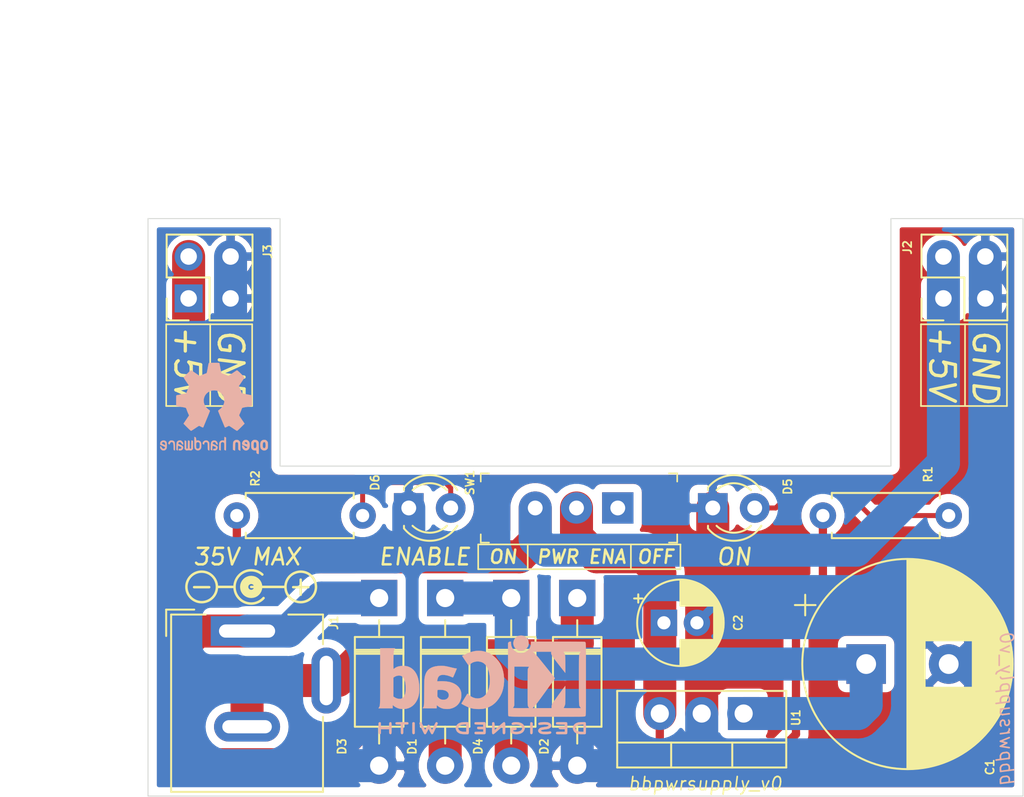
<source format=kicad_pcb>
(kicad_pcb (version 20171130) (host pcbnew "(5.1.5)-3")
  (title_block (title BreadboardPowerSupply) (date 2020-05-11) (rev 0))
  (layers (0 F.Cu signal hide) (31 B.Cu signal) (34 B.Paste user hide) (35 F.Paste user hide) (36 B.SilkS user hide) (37 F.SilkS user hide) (38 B.Mask user) (39 F.Mask user hide) (44 Edge.Cuts user))
  (net 0 "")
  (net 1 /VIN)
  (net 2 GND)
  (net 3 /VOUT)
  (net 4 /VCC_IN_A)
  (net 5 /VCC_IN_B)
  (net 6 "Net-(D5-Pad2)")
  (net 7 "Net-(D6-Pad2)")
  (net 8 /+5VOUT)
  (net 9 "Net-(SW1-Pad1)")
  (module Connector_BarrelJack:BarrelJack_Wuerth_6941xx301002 (layer F.Cu) (at 114.5 108)
    (fp_text reference J1 (at 5.25 -0.5 90) (layer F.SilkS) (effects (font (size 0.5 0.5) (thickness 0.1))))
    (fp_text value Barrel_Jack_Switch)
    (pad 3 thru_hole oval (at 4.8 3 90) (size 4 1.8) (drill oval 3 0.8) (layers *.Cu *.Mask) (net 5 /VCC_IN_B))
    (pad 2 thru_hole oval (at 0 5.8) (size 4 1.8) (drill oval 3 0.8) (layers *.Cu *.Mask) (net 5 /VCC_IN_B))
    (pad 1 thru_hole rect (at 0 0) (size 4.4 1.8) (drill oval 3.4 0.8) (layers *.Cu *.Mask) (net 4 /VCC_IN_A))
  )
  (module Symbol:OSHW-Logo2_7.3x6mm_SilkScreen (layer B.Cu) (at 112.5 94.5 180)
    (fp_text reference REF** hide)
    (fp_text value OSHW-Logo2_7.3x6mm_SilkScreen hide)
  )
  (module Symbol:Symbol_Barrel_Polarity (layer F.Cu) (at 114.75 105.25)
    (fp_text reference REF** hide)
    (fp_text value Symbol_Barrel_Polarity)
  )
  (module Symbol:KiCad-Logo2_5mm_SilkScreen (layer B.Cu) (at 128.75 111.25 180)
    (fp_text reference REF** hide)
    (fp_text value KiCad-Logo2_5mm_SilkScreen hide)
  )
  (module Capacitor_THT:CP_Radial_D12.5mm_P5.00mm (layer F.Cu) (at 152 110)
    (fp_text reference C1 (at 7.5 6.25 270) (layer F.SilkS) (effects (font (size 0.5 0.5) (thickness 0.1))))
    (fp_text value 470uF/50v)
    (pad 1 thru_hole rect (at 0 0) (size 2.4 2.4) (drill 1.2) (layers *.Cu *.Mask) (net 1 /VIN))
    (pad 2 thru_hole circle (at 5 0) (size 2.4 2.4) (drill 1.2) (layers *.Cu *.Mask) (net 2 GND))
  )
  (module Capacitor_THT:CP_Radial_D5.0mm_P2.00mm (layer F.Cu) (at 139.75 107.5)
    (fp_text reference C2 (at 4.5 0 90) (layer F.SilkS) (effects (font (size 0.5 0.5) (thickness 0.1))))
    (fp_text value 47uF/16V)
    (pad 1 thru_hole rect (at 0 0) (size 1.6 1.6) (drill 0.8) (layers *.Cu *.Mask) (net 3 /VOUT))
    (pad 2 thru_hole circle (at 2 0) (size 1.6 1.6) (drill 0.8) (layers *.Cu *.Mask) (net 2 GND))
  )
  (module Diode_THT:D_DO-41_SOD81_P10.16mm_Horizontal (layer F.Cu) (at 126.5 106 270)
    (fp_text reference D1 (at 9 2 270) (layer F.SilkS) (effects (font (size 0.5 0.5) (thickness 0.1))))
    (fp_text value 1N4007)
    (pad 1 thru_hole rect (at 0 0 270) (size 2.2 2.2) (drill 1.1) (layers *.Cu *.Mask) (net 1 /VIN))
    (pad 2 thru_hole oval (at 10.16 0 270) (size 2.2 2.2) (drill 1.1) (layers *.Cu *.Mask) (net 4 /VCC_IN_A))
  )
  (module Diode_THT:D_DO-41_SOD81_P10.16mm_Horizontal (layer F.Cu) (at 134.5 106 270)
    (fp_text reference D2 (at 9 2 270) (layer F.SilkS) (effects (font (size 0.5 0.5) (thickness 0.1))))
    (fp_text value 1N4007)
    (pad 2 thru_hole oval (at 10.16 0 270) (size 2.2 2.2) (drill 1.1) (layers *.Cu *.Mask) (net 2 GND))
    (pad 1 thru_hole rect (at 0 0 270) (size 2.2 2.2) (drill 1.1) (layers *.Cu *.Mask) (net 5 /VCC_IN_B))
  )
  (module Diode_THT:D_DO-41_SOD81_P10.16mm_Horizontal (layer F.Cu) (at 122.5 106 270)
    (fp_text reference D3 (at 9 2.25 270) (layer F.SilkS) (effects (font (size 0.5 0.5) (thickness 0.1))))
    (fp_text value 1N4007)
    (pad 2 thru_hole oval (at 10.16 0 270) (size 2.2 2.2) (drill 1.1) (layers *.Cu *.Mask) (net 2 GND))
    (pad 1 thru_hole rect (at 0 0 270) (size 2.2 2.2) (drill 1.1) (layers *.Cu *.Mask) (net 4 /VCC_IN_A))
  )
  (module Diode_THT:D_DO-41_SOD81_P10.16mm_Horizontal (layer F.Cu) (at 130.5 106 270)
    (fp_text reference D4 (at 9 2 270) (layer F.SilkS) (effects (font (size 0.5 0.5) (thickness 0.1))))
    (fp_text value 1N4007)
    (pad 1 thru_hole rect (at 0 0 270) (size 2.2 2.2) (drill 1.1) (layers *.Cu *.Mask) (net 1 /VIN))
    (pad 2 thru_hole oval (at 10.16 0 270) (size 2.2 2.2) (drill 1.1) (layers *.Cu *.Mask) (net 5 /VCC_IN_B))
  )
  (module LED_THT:LED_D3.0mm_Clear (layer F.Cu) (at 142.71 100.54)
    (fp_text reference D5 (at 4.54 -1.29 270) (layer F.SilkS) (effects (font (size 0.5 0.5) (thickness 0.1))))
    (fp_text value YELLOW)
    (pad 1 thru_hole rect (at 0 0) (size 1.8 1.8) (drill 0.9) (layers *.Cu *.Mask) (net 2 GND))
    (pad 2 thru_hole circle (at 2.54 0) (size 1.8 1.8) (drill 0.9) (layers *.Cu *.Mask) (net 6 "Net-(D5-Pad2)"))
  )
  (module LED_THT:LED_D3.0mm (layer F.Cu) (at 124.295 100.54)
    (fp_text reference D6 (at -2.045 -1.54 90) (layer F.SilkS) (effects (font (size 0.5 0.5) (thickness 0.1))))
    (fp_text value RED)
    (pad 1 thru_hole rect (at 0 0) (size 1.8 1.8) (drill 0.9) (layers *.Cu *.Mask) (net 2 GND))
    (pad 2 thru_hole circle (at 2.54 0) (size 1.8 1.8) (drill 0.9) (layers *.Cu *.Mask) (net 7 "Net-(D6-Pad2)"))
  )
  (module Connector_PinHeader_2.54mm:PinHeader_2x02_P2.54mm_Vertical (layer F.Cu) (at 156.68 87.84 90)
    (fp_text reference J2 (at 3.09 -2.18 90) (layer F.SilkS) (effects (font (size 0.5 0.5) (thickness 0.1))))
    (fp_text value Conn_02x02_Odd_Even hide)
    (pad 1 thru_hole rect (at 0 0 90) (size 1.7 1.7) (drill 1) (layers *.Cu *.Mask) (net 8 /+5VOUT))
    (pad 2 thru_hole oval (at 2.54 0 90) (size 1.7 1.7) (drill 1) (layers *.Cu *.Mask) (net 8 /+5VOUT))
    (pad 3 thru_hole oval (at 0 2.54 90) (size 1.7 1.7) (drill 1) (layers *.Cu *.Mask) (net 2 GND))
    (pad 4 thru_hole oval (at 2.54 2.54 90) (size 1.7 1.7) (drill 1) (layers *.Cu *.Mask) (net 2 GND))
  )
  (module Connector_PinHeader_2.54mm:PinHeader_2x02_P2.54mm_Vertical (layer F.Cu) (at 110.96 87.84 90)
    (fp_text reference J3 (at 2.84 4.79 90) (layer F.SilkS) (effects (font (size 0.5 0.5) (thickness 0.1))))
    (fp_text value Conn_02x02_Odd_Even hide)
    (pad 4 thru_hole oval (at 2.54 2.54 90) (size 1.7 1.7) (drill 1) (layers *.Cu *.Mask) (net 2 GND))
    (pad 3 thru_hole oval (at 0 2.54 90) (size 1.7 1.7) (drill 1) (layers *.Cu *.Mask) (net 2 GND))
    (pad 2 thru_hole oval (at 2.54 0 90) (size 1.7 1.7) (drill 1) (layers *.Cu *.Mask) (net 8 /+5VOUT))
    (pad 1 thru_hole rect (at 0 0 90) (size 1.7 1.7) (drill 1) (layers *.Cu *.Mask) (net 8 /+5VOUT))
  )
  (module Resistor_THT:R_Axial_DIN0207_L6.3mm_D2.5mm_P7.62mm_Horizontal (layer F.Cu) (at 157 101 180)
    (fp_text reference R1 (at 1.25 2.5 270) (layer F.SilkS) (effects (font (size 0.5 0.5) (thickness 0.1))))
    (fp_text value 560R)
    (pad 1 thru_hole circle (at 0 0 180) (size 1.6 1.6) (drill 0.8) (layers *.Cu *.Mask) (net 6 "Net-(D5-Pad2)"))
    (pad 2 thru_hole oval (at 7.62 0 180) (size 1.6 1.6) (drill 0.8) (layers *.Cu *.Mask) (net 3 /VOUT))
  )
  (module Resistor_THT:R_Axial_DIN0207_L6.3mm_D2.5mm_P7.62mm_Horizontal (layer F.Cu) (at 121.5 101 180)
    (fp_text reference R2 (at 6.5 2.25 270) (layer F.SilkS) (effects (font (size 0.5 0.5) (thickness 0.1))))
    (fp_text value 560R)
    (pad 2 thru_hole oval (at 7.62 0 180) (size 1.6 1.6) (drill 0.8) (layers *.Cu *.Mask) (net 8 /+5VOUT))
    (pad 1 thru_hole circle (at 0 0 180) (size 1.6 1.6) (drill 0.8) (layers *.Cu *.Mask) (net 7 "Net-(D6-Pad2)"))
  )
  (module digikey-footprints:Switch_Slide_11.6x4mm_EG1218 (layer F.Cu) (at 136.955 100.54 180)
    (fp_text reference SW1 (at 8.955 1.54 270) (layer F.SilkS) (effects (font (size 0.5 0.5) (thickness 0.1))))
    (fp_text value SW_DPDT_x2)
    (pad 1 thru_hole rect (at 0 0 180) (size 1.9 1.9) (drill 0.9) (layers *.Cu *.Mask) (net 9 "Net-(SW1-Pad1)"))
    (pad 2 thru_hole circle (at 2.5 0 180) (size 1.9 1.9) (drill 0.9) (layers *.Cu *.Mask) (net 3 /VOUT))
    (pad 3 thru_hole circle (at 5 0 180) (size 1.9 1.9) (drill 0.9) (layers *.Cu *.Mask) (net 8 /+5VOUT))
  )
  (module Package_TO_SOT_THT:TO-220-3_Vertical (layer F.Cu) (at 144.58 113 180)
    (fp_text reference U1 (at -3.17 -0.25 270) (layer F.SilkS) (effects (font (size 0.5 0.5) (thickness 0.1))))
    (fp_text value LM7805_TO220)
    (pad 1 thru_hole rect (at 0 0 180) (size 1.905 2) (drill 1.1) (layers *.Cu *.Mask) (net 1 /VIN))
    (pad 2 thru_hole oval (at 2.54 0 180) (size 1.905 2) (drill 1.1) (layers *.Cu *.Mask) (net 2 GND))
    (pad 3 thru_hole oval (at 5.08 0 180) (size 1.905 2) (drill 1.1) (layers *.Cu *.Mask) (net 3 /VOUT))
  )
  (gr_line (start 157.988 89.408) (end 157.988 94.361) (layer F.SilkS) (width 0.1))
  (gr_line (start 160.528 94.361) (end 160.528 89.408) (layer F.SilkS) (width 0.1))
  (gr_line (start 160.528 89.408) (end 155.321 89.408) (layer F.SilkS) (width 0.1))
  (gr_line (start 155.321 94.361) (end 160.528 94.361) (layer F.SilkS) (width 0.1))
  (gr_line (start 155.321 89.408) (end 155.321 94.361) (layer F.SilkS) (width 0.1))
  (gr_text +5V (at 156.591 91.75 270) (layer F.SilkS) (effects (font (size 1.5 1.5) (thickness 0.2) italic)))
  (gr_text GND (at 159.22 92 270) (layer F.SilkS) (effects (font (size 1.5 1.5) (thickness 0.2) italic)))
  (gr_line (start 112.268 89.408) (end 112.268 94.361) (layer F.SilkS) (width 0.1))
  (gr_line (start 114.808 89.408) (end 109.601 89.408) (layer F.SilkS) (width 0.1))
  (gr_line (start 114.808 94.361) (end 114.808 89.408) (layer F.SilkS) (width 0.1))
  (gr_line (start 109.601 94.361) (end 114.808 94.361) (layer F.SilkS) (width 0.1))
  (gr_line (start 109.601 89.408) (end 109.601 94.361) (layer F.SilkS) (width 0.1))
  (gr_text bbpwrsupply_v0 (at 160.5 112.75 270) (layer B.SilkS) (effects (font (size 0.8 0.8) (thickness 0.1) italic) (justify mirror)))
  (gr_text + (at 117.75 105.25) (layer F.SilkS) (effects (font (size 1.2 1.2))))
  (gr_text - (at 111.75 105.25) (layer F.SilkS) (effects (font (size 1.2 1.2))))
  (gr_text bbpwrsupply_v0 (at 142.25 117.25) (layer F.SilkS) (effects (font (size 0.8 0.8) (thickness 0.1) italic)))
  (gr_text "35V MAX\n" (at 114.5 103.5) (layer F.SilkS) (effects (font (size 1 1) (thickness 0.15) italic)))
  (gr_text +5V (at 110.871 91.75 270) (layer F.SilkS) (effects (font (size 1.5 1.5) (thickness 0.2) italic)))
  (gr_text GND (at 113.5 92 270) (layer F.SilkS) (effects (font (size 1.5 1.5) (thickness 0.2) italic)))
  (gr_line (start 131.5 102.75) (end 131.5 104.25) (layer F.SilkS) (width 0.1))
  (gr_line (start 137.75 102.75) (end 137.75 104.25) (layer F.SilkS) (width 0.1))
  (gr_line (start 128.5 104.25) (end 140.75 104.25) (layer F.SilkS) (width 0.1))
  (gr_line (start 128.5 102.75) (end 128.5 104.25) (layer F.SilkS) (width 0.1))
  (gr_line (start 140.75 102.75) (end 128.5 102.75) (layer F.SilkS) (width 0.1))
  (gr_line (start 140.75 104.25) (end 140.75 102.75) (layer F.SilkS) (width 0.1))
  (gr_text OFF (at 139.25 103.5) (layer F.SilkS) (effects (font (size 0.8 0.8) (thickness 0.15) italic)))
  (gr_text ON (at 130 103.5) (layer F.SilkS) (effects (font (size 0.8 0.8) (thickness 0.15) italic)))
  (gr_text ENABLE (at 125.25 103.5) (layer F.SilkS) (effects (font (size 1 1) (thickness 0.15) italic)))
  (gr_text ON (at 144 103.5) (layer F.SilkS) (effects (font (size 1 1) (thickness 0.15) italic)))
  (gr_text "PWR ENA" (at 134.75 103.5) (layer F.SilkS) (effects (font (size 0.8 0.8) (thickness 0.15) italic)))
  (gr_line (start 108.5 118) (end 108.5 83) (layer Edge.Cuts) (width 0.05))
  (gr_line (start 161.5 118) (end 108.5 118) (layer Edge.Cuts) (width 0.05))
  (gr_line (start 161.5 83) (end 161.5 118) (layer Edge.Cuts) (width 0.05))
  (gr_line (start 153.5 83) (end 161.5 83) (layer Edge.Cuts) (width 0.05))
  (gr_line (start 153.5 98) (end 153.5 83) (layer Edge.Cuts) (width 0.05))
  (gr_line (start 116.5 98) (end 153.5 98) (layer Edge.Cuts) (width 0.05))
  (gr_line (start 116.5 83) (end 116.5 98) (layer Edge.Cuts) (width 0.05))
  (gr_line (start 108.5 83) (end 116.5 83) (layer Edge.Cuts) (width 0.05))
  (segment (start 126.5 106) (end 130.5 106) (width 2) (layer B.Cu) (net 1))
  (segment (start 144.58 113) (end 151.5 113) (width 2) (layer B.Cu) (net 1))
  (segment (start 152 112.5) (end 152 110) (width 2) (layer B.Cu) (net 1))
  (segment (start 151.5 113) (end 152 112.5) (width 2) (layer B.Cu) (net 1))
  (segment (start 130.5 109.1) (end 131.4 110) (width 2) (layer B.Cu) (net 1))
  (segment (start 130.5 106) (end 130.5 109.1) (width 2) (layer B.Cu) (net 1))
  (segment (start 131.4 110) (end 143.5 110) (width 2) (layer B.Cu) (net 1))
  (segment (start 142.5 110) (end 143.5 110) (width 2) (layer B.Cu) (net 1))
  (segment (start 143.5 110) (end 152 110) (width 2) (layer B.Cu) (net 1))
  (segment (start 159.22 85.3) (end 159.22 87.84) (width 2) (layer B.Cu) (net 2))
  (segment (start 159.22 85.3) (end 159.22 86.72) (width 1) (layer B.Cu) (net 2))
  (segment (start 155.84 116.16) (end 159.22 112.78) (width 2) (layer B.Cu) (net 2))
  (segment (start 159 110) (end 157 110) (width 2) (layer B.Cu) (net 2))
  (segment (start 159.22 110.22) (end 159 110) (width 2) (layer B.Cu) (net 2))
  (segment (start 159.22 110.22) (end 159.22 87.84) (width 2) (layer B.Cu) (net 2))
  (segment (start 159.22 112.78) (end 159.22 110.22) (width 2) (layer B.Cu) (net 2))
  (segment (start 142.16 116.16) (end 142.04 116.04) (width 2) (layer B.Cu) (net 2))
  (segment (start 142.04 116.04) (end 142.04 113) (width 2) (layer B.Cu) (net 2))
  (segment (start 142.16 116.16) (end 155.84 116.16) (width 2) (layer B.Cu) (net 2))
  (segment (start 134.5 116.16) (end 142.16 116.16) (width 2) (layer B.Cu) (net 2))
  (segment (start 134.5 114) (end 134.5 116.16) (width 2) (layer B.Cu) (net 2))
  (segment (start 133 112.5) (end 134.5 114) (width 2) (layer B.Cu) (net 2))
  (segment (start 124.604366 112.5) (end 133 112.5) (width 2) (layer B.Cu) (net 2))
  (segment (start 122.5 116.16) (end 122.5 114.604366) (width 2) (layer B.Cu) (net 2))
  (segment (start 122.5 114.604366) (end 124.604366 112.5) (width 2) (layer B.Cu) (net 2))
  (segment (start 142.04 113) (end 142.04 104.71) (width 2) (layer F.Cu) (net 2))
  (segment (start 142.71 104.04) (end 142.71 100.55001) (width 2) (layer F.Cu) (net 2))
  (segment (start 142.04 104.71) (end 142.71 104.04) (width 2) (layer F.Cu) (net 2))
  (segment (start 113.5 93.5) (end 113.5 85.3) (width 2) (layer B.Cu) (net 2))
  (segment (start 134.455 102.280002) (end 135.674998 103.5) (width 2) (layer F.Cu) (net 3))
  (segment (start 134.455 100.54) (end 134.455 102.280002) (width 2) (layer F.Cu) (net 3))
  (segment (start 139.5 113) (end 139.5 104.5) (width 2) (layer F.Cu) (net 3))
  (segment (start 138.5 103.5) (end 135.674998 103.5) (width 2) (layer F.Cu) (net 3))
  (segment (start 139.5 104.5) (end 138.5 103.5) (width 2) (layer F.Cu) (net 3))
  (segment (start 149.38 101) (end 149.38 104.87) (width 0.5) (layer F.Cu) (net 3))
  (segment (start 149.38 104.87) (end 147.75 106.5) (width 0.5) (layer F.Cu) (net 3))
  (segment (start 147.75 106.5) (end 147.75 114.25) (width 0.5) (layer F.Cu) (net 3))
  (segment (start 147.75 114.25) (end 146.75 115.25) (width 0.5) (layer F.Cu) (net 3))
  (segment (start 146.75 115.25) (end 140 115.25) (width 0.5) (layer F.Cu) (net 3))
  (segment (start 139.5 114.75) (end 139.5 113) (width 0.5) (layer F.Cu) (net 3))
  (segment (start 140 115.25) (end 139.5 114.75) (width 0.5) (layer F.Cu) (net 3))
  (segment (start 122.5 106) (end 119 106) (width 2) (layer B.Cu) (net 4))
  (segment (start 117 108) (end 114.5 108) (width 2) (layer B.Cu) (net 4))
  (segment (start 119 106) (end 117 108) (width 2) (layer B.Cu) (net 4))
  (segment (start 110.75 114.75) (end 110.75 108.75) (width 2) (layer F.Cu) (net 4))
  (segment (start 112.10001 116.10001) (end 110.75 114.75) (width 2) (layer F.Cu) (net 4))
  (segment (start 126.5 116.16) (end 126.5 114) (width 2) (layer F.Cu) (net 4))
  (segment (start 110.75 108.75) (end 111.5 108) (width 2) (layer F.Cu) (net 4))
  (segment (start 121.75 113.25) (end 118.89999 116.10001) (width 2) (layer F.Cu) (net 4))
  (segment (start 126.5 114) (end 125.75 113.25) (width 2) (layer F.Cu) (net 4))
  (segment (start 111.5 108) (end 114.5 108) (width 2) (layer F.Cu) (net 4))
  (segment (start 125.75 113.25) (end 121.75 113.25) (width 2) (layer F.Cu) (net 4))
  (segment (start 118.89999 116.10001) (end 112.10001 116.10001) (width 2) (layer F.Cu) (net 4))
  (segment (start 119.3 111) (end 115.2 111) (width 2) (layer F.Cu) (net 5))
  (segment (start 114.5 111.7) (end 114.5 113.5) (width 2) (layer F.Cu) (net 5))
  (segment (start 115.2 111) (end 114.5 111.7) (width 2) (layer F.Cu) (net 5))
  (segment (start 119.3 111) (end 120 111) (width 2) (layer F.Cu) (net 5))
  (segment (start 120 111) (end 121.5 109.5) (width 2) (layer F.Cu) (net 5))
  (segment (start 133.75 109.5) (end 134.5 108.75) (width 2) (layer F.Cu) (net 5))
  (segment (start 134.5 106) (end 134.5 108.75) (width 2) (layer F.Cu) (net 5))
  (segment (start 130.5 109.75) (end 130.25 109.5) (width 2) (layer F.Cu) (net 5))
  (segment (start 130.5 116.16) (end 130.5 109.75) (width 2) (layer F.Cu) (net 5))
  (segment (start 121.5 109.5) (end 130.25 109.5) (width 2) (layer F.Cu) (net 5))
  (segment (start 130.25 109.5) (end 133.75 109.5) (width 2) (layer F.Cu) (net 5))
  (segment (start 146.522792 100.54) (end 147.562792 99.5) (width 0.3) (layer F.Cu) (net 6))
  (segment (start 145.25 100.54) (end 146.522792 100.54) (width 0.3) (layer F.Cu) (net 6))
  (segment (start 147.562792 99.5) (end 150.75 99.5) (width 0.3) (layer F.Cu) (net 6))
  (segment (start 152.25 101) (end 157 101) (width 0.3) (layer F.Cu) (net 6))
  (segment (start 150.75 99.5) (end 152.25 101) (width 0.3) (layer F.Cu) (net 6))
  (segment (start 121.75 99) (end 121.5 99.25) (width 0.3) (layer F.Cu) (net 7))
  (segment (start 126.5 99) (end 121.75 99) (width 0.3) (layer F.Cu) (net 7))
  (segment (start 121.5 99.25) (end 121.5 101) (width 0.3) (layer F.Cu) (net 7))
  (segment (start 126.835 99.335) (end 126.5 99) (width 0.3) (layer F.Cu) (net 7))
  (segment (start 126.835 100.54) (end 126.835 99.335) (width 0.3) (layer F.Cu) (net 7))
  (segment (start 156.68 85.3) (end 156.68 97.82) (width 2) (layer B.Cu) (net 8))
  (segment (start 156.68 97.82) (end 151.399999 103.100001) (width 2) (layer B.Cu) (net 8))
  (segment (start 131.955 102.455) (end 131.955 100.54) (width 2) (layer B.Cu) (net 8))
  (segment (start 132.600001 103.100001) (end 131.955 102.455) (width 2) (layer B.Cu) (net 8))
  (segment (start 113.75 103.5) (end 113.88 103.37) (width 0.5) (layer F.Cu) (net 8))
  (segment (start 151.399999 103.100001) (end 132.600001 103.100001) (width 2) (layer B.Cu) (net 8))
  (segment (start 110.96 85.3) (end 110.96 101.96) (width 2) (layer F.Cu) (net 8))
  (segment (start 110.96 101.96) (end 112.5 103.5) (width 2) (layer F.Cu) (net 8))
  (segment (start 112.5 103.5) (end 113.75 103.5) (width 2) (layer F.Cu) (net 8))
  (segment (start 113.88 103.37) (end 113.88 101) (width 0.5) (layer F.Cu) (net 8))
  (segment (start 113.75 103.5) (end 131 103.5) (width 2) (layer F.Cu) (net 8))
  (segment (start 124.295 102.705) (end 123.5 103.5) (width 2) (layer B.Cu) (net 2))
  (segment (start 124.295 100.54) (end 124.295 102.705) (width 2) (layer B.Cu) (net 2))
  (segment (start 123.5 103.5) (end 110.5 103.5) (width 2) (layer B.Cu) (net 2))
  (segment (start 122.5 116.16) (end 112.16 116.16) (width 2) (layer B.Cu) (net 2))
  (segment (start 112.16 116.16) (end 110.5 114.5) (width 2) (layer B.Cu) (net 2))
  (segment (start 110.5 114.5) (end 110.5 103.5) (width 2) (layer B.Cu) (net 2))
  (segment (start 110.5 103.5) (end 110.5 96.5) (width 2) (layer B.Cu) (net 2))
  (segment (start 110.5 96.5) (end 113.5 93.5) (width 2) (layer B.Cu) (net 2))
  (segment (start 131 103.5) (end 131.955 102.545) (width 2) (layer F.Cu) (net 8))
  (segment (start 131.955 102.545) (end 131.955 100.54) (width 2) (layer F.Cu) (net 8))
  (zone (net 2) (net_name GND) (layer F.Cu) (connect_pads (clearance 0.508)) (min_thickness 0.254) (fill yes (arc_segments 32) (thermal_gap 0.508) (thermal_bridge_width 0.508))
    (polygon (pts (xy 108.5 118) (xy 108.5 83) (xy 116.5 83) (xy 116.5 98) (xy 153.5 98) (xy 153.5 83) (xy 161.5 83) (xy 161.5 118)))
  )
  (zone (net 2) (net_name GND) (layer B.Cu) (connect_pads (clearance 0.508)) (min_thickness 0.254) (fill yes (arc_segments 32) (thermal_gap 0.508) (thermal_bridge_width 0.508))
    (polygon (pts (xy 108.5 118) (xy 108.5 83) (xy 116.5 83) (xy 116.5 98) (xy 153.5 98) (xy 153.5 83) (xy 161.5 83) (xy 161.5 118)))
  )
)
</source>
